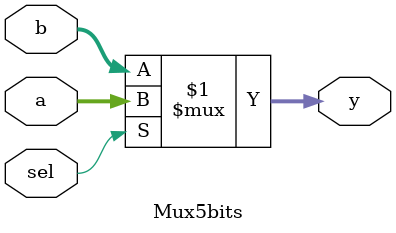
<source format=v>
module Mux5bits(a, b, sel, y);
  input [4:0] a, b;
  input sel;
  output wire [4:0] y;
  assign y = sel ? a : b;
endmodule

</source>
